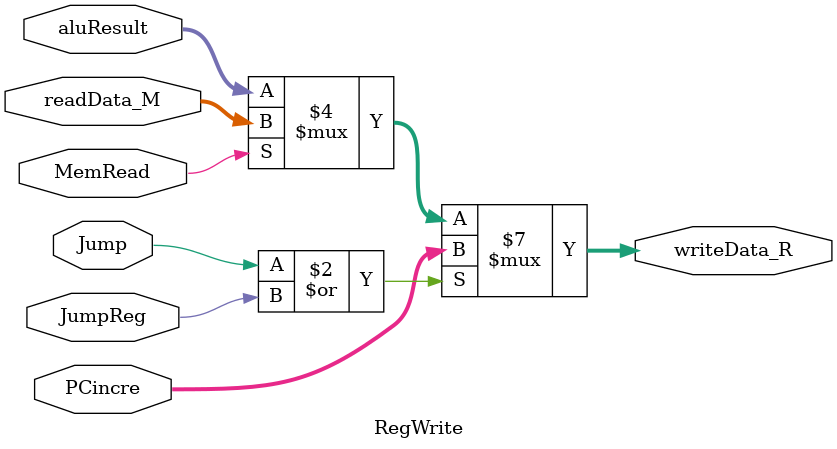
<source format=v>
module RegWrite (
    input MemRead,
    input Jump,
    input JumpReg,
    input [31:0] aluResult,
    input [31:0] readData_M,
    input [31:0] PCincre,
    output reg [31:0] writeData_R
);

    always @(*) begin
        if (Jump | JumpReg) writeData_R <= PCincre;
        else if (MemRead) writeData_R <= readData_M;
        else writeData_R <= aluResult;
    end
endmodule

</source>
